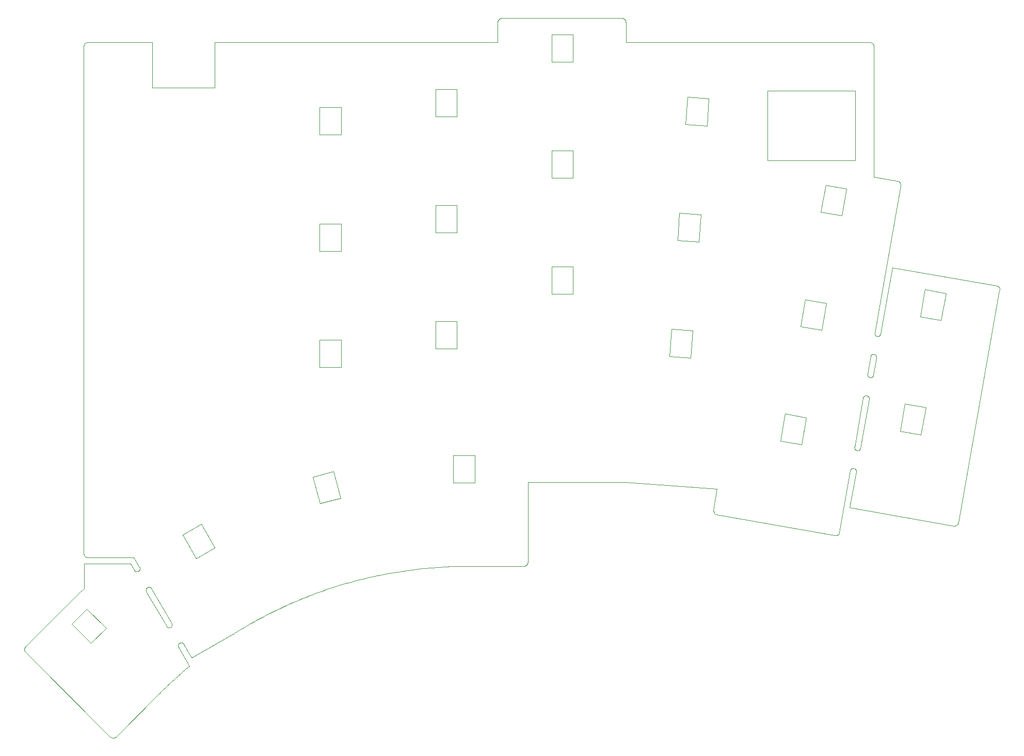
<source format=gm1>
G04 #@! TF.GenerationSoftware,KiCad,Pcbnew,(6.0.4)*
G04 #@! TF.CreationDate,2022-07-08T12:46:13+02:00*
G04 #@! TF.ProjectId,klor1_3,6b6c6f72-315f-4332-9e6b-696361645f70,v1.3.0*
G04 #@! TF.SameCoordinates,Original*
G04 #@! TF.FileFunction,Profile,NP*
%FSLAX46Y46*%
G04 Gerber Fmt 4.6, Leading zero omitted, Abs format (unit mm)*
G04 Created by KiCad (PCBNEW (6.0.4)) date 2022-07-08 12:46:13*
%MOMM*%
%LPD*%
G01*
G04 APERTURE LIST*
G04 #@! TA.AperFunction,Profile*
%ADD10C,0.010000*%
G04 #@! TD*
%ADD11C,0.010000*%
G04 #@! TA.AperFunction,Profile*
%ADD12C,0.100000*%
G04 #@! TD*
G04 #@! TA.AperFunction,Profile*
%ADD13C,0.120000*%
G04 #@! TD*
G04 APERTURE END LIST*
D10*
X94205130Y-149048326D02*
X90890813Y-143336419D01*
X213273752Y-90131044D02*
X211334523Y-101025982D01*
D11*
X95051339Y-148554706D02*
X95063942Y-148574840D01*
X95075312Y-148595542D01*
X95085456Y-148616761D01*
X95094379Y-148638445D01*
X95102089Y-148660542D01*
X95108591Y-148683001D01*
X95113893Y-148705769D01*
X95118000Y-148728796D01*
X95120920Y-148752029D01*
X95122657Y-148775417D01*
X95123220Y-148798909D01*
X95122614Y-148822452D01*
X95120847Y-148845995D01*
X95117923Y-148869486D01*
X95113850Y-148892874D01*
X95108635Y-148916108D01*
X95102283Y-148939134D01*
X95094802Y-148961902D01*
X95086197Y-148984361D01*
X95076475Y-149006458D01*
X95065643Y-149028141D01*
X95053707Y-149049360D01*
X95040673Y-149070063D01*
X95026549Y-149090197D01*
X95011339Y-149109711D01*
X94995052Y-149128554D01*
X94977692Y-149146674D01*
X94959268Y-149164019D01*
X94939785Y-149180538D01*
X94919249Y-149196179D01*
X94897667Y-149210890D01*
X94875047Y-149224620D01*
D10*
X210241503Y-75251875D02*
X210241503Y-53885104D01*
X91842797Y-60619514D02*
X91842797Y-53144670D01*
D11*
X152769828Y-139175891D02*
X152805974Y-139174968D01*
X152841662Y-139172232D01*
X152876846Y-139167727D01*
X152911482Y-139161498D01*
X152945523Y-139153590D01*
X152978926Y-139144049D01*
X153011644Y-139132920D01*
X153043632Y-139120248D01*
X153074846Y-139106078D01*
X153105240Y-139090455D01*
X153134769Y-139073425D01*
X153163388Y-139055033D01*
X153191051Y-139035324D01*
X153217713Y-139014343D01*
X153243330Y-138992135D01*
X153267855Y-138968746D01*
X153291244Y-138944220D01*
X153313452Y-138918604D01*
X153334433Y-138891941D01*
X153354142Y-138864278D01*
X153372534Y-138835660D01*
X153389564Y-138806131D01*
X153405187Y-138775737D01*
X153419357Y-138744523D01*
X153432029Y-138712534D01*
X153443158Y-138679816D01*
X153452699Y-138646414D01*
X153460607Y-138612372D01*
X153466836Y-138577736D01*
X153471341Y-138542552D01*
X153474077Y-138506864D01*
X153475000Y-138470718D01*
X230832582Y-93903724D02*
X230844676Y-93867575D01*
X230854550Y-93831872D01*
X230862254Y-93796647D01*
X230867841Y-93761932D01*
X230871361Y-93727759D01*
X230872868Y-93694161D01*
X230872412Y-93661169D01*
X230870045Y-93628817D01*
X230865818Y-93597136D01*
X230859784Y-93566159D01*
X230851994Y-93535918D01*
X230842499Y-93506445D01*
X230831351Y-93477772D01*
X230818603Y-93449933D01*
X230804305Y-93422958D01*
X230788509Y-93396881D01*
X230771267Y-93371734D01*
X230752631Y-93347548D01*
X230732651Y-93324357D01*
X230711381Y-93302192D01*
X230688871Y-93281086D01*
X230665173Y-93261071D01*
X230640338Y-93242179D01*
X230614419Y-93224443D01*
X230587467Y-93207895D01*
X230559534Y-93192567D01*
X230530671Y-93178492D01*
X230500930Y-93165701D01*
X230470363Y-93154228D01*
X230439021Y-93144103D01*
X230406956Y-93135360D01*
X230374220Y-93128032D01*
D10*
X148538783Y-53144670D02*
X102103080Y-53144670D01*
D11*
X105170585Y-150282382D02*
X105240102Y-150236208D01*
X105309820Y-150190240D01*
X105379732Y-150144480D01*
X105449831Y-150098926D01*
X105520111Y-150053578D01*
X105590565Y-150008437D01*
X105661187Y-149963503D01*
X105731970Y-149918775D01*
X105802908Y-149874254D01*
X105873995Y-149829940D01*
X105945223Y-149785832D01*
X106016588Y-149741931D01*
X106088081Y-149698236D01*
X106159697Y-149654748D01*
X106231429Y-149611466D01*
X106303271Y-149568392D01*
X106375217Y-149525523D01*
X106447259Y-149482862D01*
X106519391Y-149440406D01*
X106591608Y-149398158D01*
X106663901Y-149356116D01*
X106736266Y-149314281D01*
X106808696Y-149272652D01*
X106881183Y-149231230D01*
X106953722Y-149190015D01*
X107026307Y-149149006D01*
X107098930Y-149108204D01*
X107171585Y-149067608D01*
X107244266Y-149027219D01*
X107316966Y-148987037D01*
X107389680Y-148947061D01*
X107462400Y-148907292D01*
D10*
X214084700Y-75921789D02*
X210241503Y-75251875D01*
D11*
X206927186Y-123097926D02*
X206953315Y-123101945D01*
X206978800Y-123107360D01*
X207003612Y-123114117D01*
X207027728Y-123122166D01*
X207051120Y-123131454D01*
X207073764Y-123141930D01*
X207095633Y-123153542D01*
X207116701Y-123166239D01*
X207136943Y-123179969D01*
X207156333Y-123194680D01*
X207174844Y-123210321D01*
X207192452Y-123226840D01*
X207209130Y-123244185D01*
X207224853Y-123262305D01*
X207239594Y-123281148D01*
X207253328Y-123300663D01*
X207266029Y-123320797D01*
X207277672Y-123341499D01*
X207288229Y-123362718D01*
X207297677Y-123384402D01*
X207305988Y-123406499D01*
X207313137Y-123428958D01*
X207319098Y-123451726D01*
X207323845Y-123474753D01*
X207327353Y-123497986D01*
X207329595Y-123521374D01*
X207330547Y-123544865D01*
X207330181Y-123568409D01*
X207328472Y-123591952D01*
X207325395Y-123615443D01*
X207320923Y-123638831D01*
X207315031Y-123662065D01*
X81370965Y-53144670D02*
X81331615Y-53145592D01*
X81292924Y-53148328D01*
X81254930Y-53152833D01*
X81217672Y-53159062D01*
X81181189Y-53166970D01*
X81145520Y-53176511D01*
X81110702Y-53187640D01*
X81076776Y-53200313D01*
X81043779Y-53214483D01*
X81011750Y-53230105D01*
X80980729Y-53247135D01*
X80950754Y-53265528D01*
X80921863Y-53285237D01*
X80894095Y-53306218D01*
X80867490Y-53328426D01*
X80842085Y-53351816D01*
X80817920Y-53376341D01*
X80795034Y-53401958D01*
X80773464Y-53428620D01*
X80753250Y-53456283D01*
X80734431Y-53484902D01*
X80717045Y-53514431D01*
X80701130Y-53544825D01*
X80686727Y-53576039D01*
X80673873Y-53608028D01*
X80662607Y-53640746D01*
X80652968Y-53674149D01*
X80644995Y-53708190D01*
X80638726Y-53742826D01*
X80634201Y-53778010D01*
X80631457Y-53813698D01*
X80630534Y-53849845D01*
D10*
X91842797Y-53144670D02*
X82287690Y-53144670D01*
D11*
X92794784Y-160295850D02*
X92950349Y-160140699D01*
X93106327Y-159985968D01*
X93262718Y-159831663D01*
X93419523Y-159677790D01*
X93576741Y-159524357D01*
X93734372Y-159371369D01*
X93892416Y-159218832D01*
X94050874Y-159066755D01*
X94209744Y-158915142D01*
X94369028Y-158764000D01*
X94528725Y-158613336D01*
X94688835Y-158463156D01*
X94849359Y-158313467D01*
X95010295Y-158164275D01*
X95171645Y-158015587D01*
X95333408Y-157867408D01*
X95495585Y-157719746D01*
X95658174Y-157572607D01*
X95821177Y-157425998D01*
X95984593Y-157279924D01*
X96148422Y-157134393D01*
X96312664Y-156989410D01*
X96477319Y-156844982D01*
X96642388Y-156701117D01*
X96807870Y-156557819D01*
X96973765Y-156415096D01*
X97140073Y-156272954D01*
X97306795Y-156131399D01*
X97473929Y-155990439D01*
X97641477Y-155850079D01*
X97809438Y-155710325D01*
X97977813Y-155571186D01*
X84967353Y-167171297D02*
X84994201Y-167196914D01*
X85021824Y-167220879D01*
X85050171Y-167243191D01*
X85079189Y-167263851D01*
X85108826Y-167282857D01*
X85139032Y-167300211D01*
X85169754Y-167315912D01*
X85200941Y-167329961D01*
X85232542Y-167342357D01*
X85264503Y-167353099D01*
X85296775Y-167362190D01*
X85329305Y-167369627D01*
X85362041Y-167375412D01*
X85394933Y-167379543D01*
X85427928Y-167382023D01*
X85460974Y-167382849D01*
X85494020Y-167382023D01*
X85527015Y-167379543D01*
X85559907Y-167375412D01*
X85592643Y-167369627D01*
X85625173Y-167362190D01*
X85657445Y-167353099D01*
X85689406Y-167342357D01*
X85721007Y-167329961D01*
X85752194Y-167315912D01*
X85782916Y-167300211D01*
X85813122Y-167282857D01*
X85842759Y-167263851D01*
X85871777Y-167243191D01*
X85900124Y-167220879D01*
X85927747Y-167196914D01*
X85954596Y-167171297D01*
D10*
X98400916Y-154196096D02*
X105170585Y-150282382D01*
D11*
X96179617Y-152468420D02*
X96167013Y-152445183D01*
X96155643Y-152421772D01*
X96145500Y-152398219D01*
X96136577Y-152374557D01*
X96128867Y-152350817D01*
X96122365Y-152327031D01*
X96117063Y-152303233D01*
X96112956Y-152279454D01*
X96110037Y-152255727D01*
X96108299Y-152232084D01*
X96107737Y-152208557D01*
X96108343Y-152185179D01*
X96110110Y-152161981D01*
X96113034Y-152138996D01*
X96117107Y-152116257D01*
X96122322Y-152093795D01*
X96128674Y-152071643D01*
X96136155Y-152049834D01*
X96144760Y-152028399D01*
X96154482Y-152007370D01*
X96165314Y-151986781D01*
X96177250Y-151966663D01*
X96190284Y-151947048D01*
X96204409Y-151927970D01*
X96219618Y-151909459D01*
X96235906Y-151891549D01*
X96253265Y-151874271D01*
X96271690Y-151857659D01*
X96291173Y-151841744D01*
X96311709Y-151826558D01*
X96333290Y-151812134D01*
X96355912Y-151798505D01*
D10*
X209219002Y-107619357D02*
X209712622Y-104763404D01*
X169447190Y-125425000D02*
X184537912Y-126482762D01*
D11*
X214613581Y-76697481D02*
X214619168Y-76664434D01*
X214622748Y-76631439D01*
X214624378Y-76598548D01*
X214624117Y-76565812D01*
X214622022Y-76533282D01*
X214618151Y-76501010D01*
X214612563Y-76469048D01*
X214605316Y-76437448D01*
X214596468Y-76406261D01*
X214586077Y-76375538D01*
X214574201Y-76345333D01*
X214560899Y-76315695D01*
X214546227Y-76286677D01*
X214530245Y-76258331D01*
X214513011Y-76230707D01*
X214494582Y-76203859D01*
X214475017Y-76177836D01*
X214454373Y-76152692D01*
X214432710Y-76128477D01*
X214410085Y-76105244D01*
X214386556Y-76083044D01*
X214362181Y-76061928D01*
X214337018Y-76041949D01*
X214311126Y-76023157D01*
X214284563Y-76005605D01*
X214257386Y-75989345D01*
X214229654Y-75974427D01*
X214201425Y-75960904D01*
X214172757Y-75948826D01*
X214143708Y-75938247D01*
X214114336Y-75929217D01*
X214084700Y-75921789D01*
D10*
X210664609Y-104939696D02*
X210170986Y-107795651D01*
X88316928Y-138752788D02*
X80665792Y-138752788D01*
X97977813Y-155571186D02*
X96179617Y-152468420D01*
D11*
X97025826Y-151974800D02*
X97037756Y-151995476D01*
X97052147Y-152020412D01*
X97071689Y-152054269D01*
X97096035Y-152096442D01*
X97124836Y-152146324D01*
X97157742Y-152203307D01*
X97194406Y-152266785D01*
X97234479Y-152336151D01*
X97277612Y-152410798D01*
X97323457Y-152490120D01*
X97371664Y-152573508D01*
X97421886Y-152660357D01*
X97473773Y-152750060D01*
X97526978Y-152842009D01*
X97581151Y-152935598D01*
X97635943Y-153030220D01*
X97691007Y-153125269D01*
X97745993Y-153220136D01*
X97800554Y-153314216D01*
X97854339Y-153406901D01*
X97907001Y-153497585D01*
X97958192Y-153585661D01*
X98007561Y-153670521D01*
X98054761Y-153751560D01*
X98099444Y-153828170D01*
X98141260Y-153899744D01*
X98179861Y-153965675D01*
X98214898Y-154025357D01*
X98246023Y-154078183D01*
X98272886Y-154123545D01*
X98295141Y-154160838D01*
X208478568Y-111568332D02*
X208482587Y-111542202D01*
X208488002Y-111516717D01*
X208494759Y-111491905D01*
X208502808Y-111467789D01*
X208512096Y-111444397D01*
X208522572Y-111421753D01*
X208534184Y-111399884D01*
X208546881Y-111378816D01*
X208560611Y-111358574D01*
X208575322Y-111339184D01*
X208590963Y-111320673D01*
X208607482Y-111303065D01*
X208624827Y-111286387D01*
X208642947Y-111270664D01*
X208661790Y-111255923D01*
X208681305Y-111242189D01*
X208701439Y-111229488D01*
X208722142Y-111217845D01*
X208743361Y-111207288D01*
X208765044Y-111197840D01*
X208787141Y-111189529D01*
X208809600Y-111182380D01*
X208832368Y-111176419D01*
X208855395Y-111171672D01*
X208878628Y-111168164D01*
X208902016Y-111165922D01*
X208925507Y-111164970D01*
X208949051Y-111165336D01*
X208972594Y-111167045D01*
X208996085Y-111170122D01*
X209019473Y-111174594D01*
X209042707Y-111180487D01*
D10*
X209501072Y-53144670D02*
X208549085Y-53144670D01*
D11*
X210770384Y-101413827D02*
X210744254Y-101409807D01*
X210718769Y-101404392D01*
X210693957Y-101397635D01*
X210669841Y-101389586D01*
X210646448Y-101380298D01*
X210623805Y-101369822D01*
X210601936Y-101358210D01*
X210580868Y-101345513D01*
X210560626Y-101331783D01*
X210541236Y-101317072D01*
X210522724Y-101301431D01*
X210505116Y-101284912D01*
X210488438Y-101267567D01*
X210472716Y-101249447D01*
X210457974Y-101230604D01*
X210444240Y-101211089D01*
X210431539Y-101190955D01*
X210419896Y-101170253D01*
X210409339Y-101149034D01*
X210399891Y-101127350D01*
X210391580Y-101105253D01*
X210384431Y-101082794D01*
X210378470Y-101060026D01*
X210373723Y-101036999D01*
X210370215Y-101013766D01*
X210367973Y-100990378D01*
X210367022Y-100966887D01*
X210367388Y-100943343D01*
X210369097Y-100919800D01*
X210372174Y-100896309D01*
X210376646Y-100872921D01*
X210382539Y-100849688D01*
X80630534Y-137060370D02*
X80631456Y-137096516D01*
X80634192Y-137132204D01*
X80638697Y-137167388D01*
X80644926Y-137202024D01*
X80652834Y-137236065D01*
X80662375Y-137269468D01*
X80673504Y-137302186D01*
X80686176Y-137334175D01*
X80700346Y-137365389D01*
X80715969Y-137395783D01*
X80732999Y-137425312D01*
X80751391Y-137453931D01*
X80771100Y-137481594D01*
X80792081Y-137508256D01*
X80814289Y-137533873D01*
X80837678Y-137558399D01*
X80862203Y-137581788D01*
X80887820Y-137603996D01*
X80914482Y-137624977D01*
X80942145Y-137644686D01*
X80970764Y-137663079D01*
X81000293Y-137680109D01*
X81030687Y-137695731D01*
X81061901Y-137709901D01*
X81093889Y-137722574D01*
X81126607Y-137733703D01*
X81160010Y-137743244D01*
X81194051Y-137751152D01*
X81228687Y-137757381D01*
X81263871Y-137761886D01*
X81299559Y-137764622D01*
X81335706Y-137765545D01*
D10*
X80630534Y-53849845D02*
X80630534Y-137060370D01*
D11*
X90890813Y-143336419D02*
X90878209Y-143313182D01*
X90866839Y-143289771D01*
X90856696Y-143266218D01*
X90847773Y-143242556D01*
X90840063Y-143218816D01*
X90833561Y-143195030D01*
X90828260Y-143171232D01*
X90824153Y-143147453D01*
X90821233Y-143123726D01*
X90819496Y-143100083D01*
X90818933Y-143076556D01*
X90819539Y-143053177D01*
X90821307Y-143029980D01*
X90824230Y-143006995D01*
X90828303Y-142984256D01*
X90833519Y-142961794D01*
X90839870Y-142939642D01*
X90847352Y-142917832D01*
X90855957Y-142896397D01*
X90865678Y-142875369D01*
X90876511Y-142854779D01*
X90888447Y-142834661D01*
X90901480Y-142815046D01*
X90915605Y-142795968D01*
X90930815Y-142777457D01*
X90947102Y-142759547D01*
X90964461Y-142742269D01*
X90982886Y-142725657D01*
X91002369Y-142709741D01*
X91022905Y-142694555D01*
X91044487Y-142680131D01*
X91067108Y-142666502D01*
D10*
X77986130Y-145451940D02*
X71110685Y-152327386D01*
X148538783Y-49865612D02*
X148538783Y-53144670D01*
D11*
X183938514Y-129973373D02*
X183936028Y-130006318D01*
X183935156Y-130039018D01*
X183935860Y-130071433D01*
X183938101Y-130103526D01*
X183941839Y-130135258D01*
X183947036Y-130166589D01*
X183953653Y-130197481D01*
X183961652Y-130227896D01*
X183970994Y-130257794D01*
X183981640Y-130287136D01*
X183993552Y-130315885D01*
X184006690Y-130344001D01*
X184021016Y-130371446D01*
X184036491Y-130398180D01*
X184053077Y-130424166D01*
X184070734Y-130449364D01*
X184089425Y-130473735D01*
X184109109Y-130497242D01*
X184129749Y-130519845D01*
X184151306Y-130541505D01*
X184173741Y-130562183D01*
X184197015Y-130581842D01*
X184221089Y-130600442D01*
X184245926Y-130617944D01*
X184271485Y-130634310D01*
X184297729Y-130649501D01*
X184324619Y-130663479D01*
X184352115Y-130676204D01*
X184380180Y-130687637D01*
X184408774Y-130697741D01*
X184437858Y-130706476D01*
X184467395Y-130713804D01*
D10*
X169552968Y-53144670D02*
X169552968Y-49865612D01*
D12*
X192800000Y-61150000D02*
X207200000Y-61150000D01*
X207200000Y-61150000D02*
X207200000Y-72550000D01*
X207200000Y-72550000D02*
X192800000Y-72550000D01*
X192800000Y-72550000D02*
X192800000Y-61150000D01*
D11*
X209042707Y-111180487D02*
X209068836Y-111184506D01*
X209094321Y-111189921D01*
X209119133Y-111196678D01*
X209143249Y-111204727D01*
X209166642Y-111214015D01*
X209189285Y-111224491D01*
X209211154Y-111236103D01*
X209232222Y-111248800D01*
X209252464Y-111262530D01*
X209271854Y-111277241D01*
X209290366Y-111292882D01*
X209307974Y-111309401D01*
X209324652Y-111326746D01*
X209340375Y-111344866D01*
X209355116Y-111363709D01*
X209368850Y-111383224D01*
X209381551Y-111403358D01*
X209393194Y-111424060D01*
X209403752Y-111445279D01*
X209413199Y-111466963D01*
X209421510Y-111489060D01*
X209428659Y-111511519D01*
X209434620Y-111534287D01*
X209439367Y-111557314D01*
X209442875Y-111580547D01*
X209445117Y-111603935D01*
X209446069Y-111627426D01*
X209445703Y-111650970D01*
X209443994Y-111674513D01*
X209440916Y-111698004D01*
X209436444Y-111721392D01*
X209430552Y-111744626D01*
D10*
X207068220Y-119607315D02*
X208478568Y-111568332D01*
X85954596Y-167171297D02*
X92794784Y-160295850D01*
D11*
X210241503Y-53885104D02*
X210240579Y-53845854D01*
X210237835Y-53807450D01*
X210233310Y-53769912D01*
X210227041Y-53733257D01*
X210219068Y-53697507D01*
X210209429Y-53662680D01*
X210198163Y-53628795D01*
X210185309Y-53595873D01*
X210170906Y-53563931D01*
X210154991Y-53532991D01*
X210137605Y-53503070D01*
X210118786Y-53474189D01*
X210098572Y-53446367D01*
X210077002Y-53419622D01*
X210054116Y-53393976D01*
X210029951Y-53369446D01*
X210004546Y-53346052D01*
X209977941Y-53323814D01*
X209950173Y-53302751D01*
X209921282Y-53282883D01*
X209891307Y-53264228D01*
X209860286Y-53246806D01*
X209828257Y-53230637D01*
X209795260Y-53215739D01*
X209761334Y-53202133D01*
X209726516Y-53189837D01*
X209690847Y-53178871D01*
X209654364Y-53169255D01*
X209617106Y-53161007D01*
X209579112Y-53154147D01*
X209540421Y-53148695D01*
X209501072Y-53144670D01*
D10*
X204600113Y-133605017D02*
X206363047Y-123485771D01*
D11*
X210170986Y-107795651D02*
X210166966Y-107821780D01*
X210161551Y-107847265D01*
X210154794Y-107872077D01*
X210146745Y-107896193D01*
X210137457Y-107919586D01*
X210126981Y-107942229D01*
X210115369Y-107964098D01*
X210102672Y-107985166D01*
X210088942Y-108005408D01*
X210074231Y-108024798D01*
X210058590Y-108043310D01*
X210042071Y-108060918D01*
X210024726Y-108077596D01*
X210006606Y-108093318D01*
X209987763Y-108108060D01*
X209968248Y-108121794D01*
X209948114Y-108134495D01*
X209927412Y-108146138D01*
X209906193Y-108156695D01*
X209884509Y-108166143D01*
X209862412Y-108174454D01*
X209839953Y-108181603D01*
X209817185Y-108187564D01*
X209794158Y-108192311D01*
X209770925Y-108195819D01*
X209747537Y-108198061D01*
X209724046Y-108199012D01*
X209700502Y-108198646D01*
X209676959Y-108196937D01*
X209653468Y-108193860D01*
X209630080Y-108189388D01*
X209606847Y-108183496D01*
X94875047Y-149224620D02*
X94851810Y-149237223D01*
X94828399Y-149248593D01*
X94804846Y-149258737D01*
X94781184Y-149267660D01*
X94757444Y-149275370D01*
X94733659Y-149281872D01*
X94709861Y-149287174D01*
X94686082Y-149291281D01*
X94662355Y-149294200D01*
X94638711Y-149295938D01*
X94615184Y-149296501D01*
X94591806Y-149295895D01*
X94568608Y-149294127D01*
X94545624Y-149291203D01*
X94522884Y-149287131D01*
X94500422Y-149281915D01*
X94478271Y-149275563D01*
X94456461Y-149268082D01*
X94435026Y-149259477D01*
X94413997Y-149249755D01*
X94393407Y-149238923D01*
X94373289Y-149226987D01*
X94353675Y-149213953D01*
X94334596Y-149199828D01*
X94316085Y-149184619D01*
X94298175Y-149168331D01*
X94280897Y-149150972D01*
X94264285Y-149132547D01*
X94248369Y-149113064D01*
X94233183Y-149092528D01*
X94218759Y-149070946D01*
X94205130Y-149048326D01*
D10*
X102103080Y-53144670D02*
X102103080Y-60619514D01*
X153475000Y-125425000D02*
X169447190Y-125425000D01*
X142967909Y-139175891D02*
X152769828Y-139175891D01*
D11*
X209712622Y-104763404D02*
X209716641Y-104737274D01*
X209722056Y-104711790D01*
X209728813Y-104686977D01*
X209736862Y-104662861D01*
X209746150Y-104639469D01*
X209756626Y-104616825D01*
X209768238Y-104594956D01*
X209780935Y-104573888D01*
X209794665Y-104553646D01*
X209809376Y-104534256D01*
X209825017Y-104515745D01*
X209841536Y-104498137D01*
X209858881Y-104481459D01*
X209877001Y-104465736D01*
X209895844Y-104450995D01*
X209915359Y-104437260D01*
X209935493Y-104424559D01*
X209956195Y-104412916D01*
X209977414Y-104402359D01*
X209999098Y-104392911D01*
X210021195Y-104384600D01*
X210043654Y-104377451D01*
X210066422Y-104371490D01*
X210089449Y-104366742D01*
X210112682Y-104363234D01*
X210136070Y-104360992D01*
X210159561Y-104360041D01*
X210183105Y-104360406D01*
X210206648Y-104362115D01*
X210230139Y-104365192D01*
X210253527Y-104369664D01*
X210276761Y-104375557D01*
D10*
X224098171Y-131983119D02*
X230832582Y-93903724D01*
D11*
X96355912Y-151798505D02*
X96379148Y-151785901D01*
X96402559Y-151774531D01*
X96426112Y-151764388D01*
X96449774Y-151755465D01*
X96473514Y-151747755D01*
X96497299Y-151741253D01*
X96521097Y-151735952D01*
X96544876Y-151731845D01*
X96568603Y-151728925D01*
X96592246Y-151727188D01*
X96615773Y-151726625D01*
X96639152Y-151727231D01*
X96662350Y-151728999D01*
X96685334Y-151731922D01*
X96708074Y-151735995D01*
X96730535Y-151741211D01*
X96752687Y-151747562D01*
X96774497Y-151755044D01*
X96795932Y-151763649D01*
X96816960Y-151773370D01*
X96837550Y-151784203D01*
X96857668Y-151796139D01*
X96877282Y-151809172D01*
X96896361Y-151823297D01*
X96914871Y-151838507D01*
X96932782Y-151854794D01*
X96950059Y-151872153D01*
X96966671Y-151890578D01*
X96982586Y-151910061D01*
X96997772Y-151930597D01*
X97012196Y-151952179D01*
X97025826Y-151974800D01*
D10*
X214014183Y-80117575D02*
X214613581Y-76697481D01*
X184467395Y-130713804D02*
X203824420Y-134133898D01*
D11*
X203824420Y-134133898D02*
X203857466Y-134139585D01*
X203890461Y-134143452D01*
X203923352Y-134145538D01*
X203956089Y-134145880D01*
X203988619Y-134144518D01*
X204020890Y-134141490D01*
X204052852Y-134136835D01*
X204084452Y-134130592D01*
X204115639Y-134122799D01*
X204146362Y-134113496D01*
X204176567Y-134102721D01*
X204206205Y-134090512D01*
X204235223Y-134076909D01*
X204263569Y-134061951D01*
X204291193Y-134045675D01*
X204318041Y-134028121D01*
X204344063Y-134009327D01*
X204369208Y-133989333D01*
X204393422Y-133968176D01*
X204416655Y-133945897D01*
X204438856Y-133922532D01*
X204459971Y-133898122D01*
X204479951Y-133872704D01*
X204498742Y-133846318D01*
X204516294Y-133819003D01*
X204532555Y-133790796D01*
X204547473Y-133761737D01*
X204560997Y-133731865D01*
X204573074Y-133701218D01*
X204583653Y-133669835D01*
X204592683Y-133637755D01*
X204600113Y-133605017D01*
X149208697Y-49195697D02*
X149175753Y-49196618D01*
X149143069Y-49199346D01*
X149110694Y-49203831D01*
X149078680Y-49210020D01*
X149047080Y-49217862D01*
X149015945Y-49227305D01*
X148985326Y-49238298D01*
X148955275Y-49250788D01*
X148925844Y-49264725D01*
X148897085Y-49280056D01*
X148869048Y-49296729D01*
X148841787Y-49314695D01*
X148815351Y-49333899D01*
X148789794Y-49354292D01*
X148765166Y-49375820D01*
X148741520Y-49398434D01*
X148718906Y-49422080D01*
X148697378Y-49446708D01*
X148676985Y-49472265D01*
X148657780Y-49498701D01*
X148639815Y-49525963D01*
X148623142Y-49553999D01*
X148607811Y-49582759D01*
X148593874Y-49612190D01*
X148581384Y-49642240D01*
X148570391Y-49672859D01*
X148560948Y-49703995D01*
X148553106Y-49735595D01*
X148546917Y-49767609D01*
X148542432Y-49799983D01*
X148539704Y-49832668D01*
X148538783Y-49865612D01*
D10*
X230374220Y-93128032D02*
X213273752Y-90131044D01*
D11*
X71110685Y-152327386D02*
X71085067Y-152354234D01*
X71061102Y-152381857D01*
X71038790Y-152410204D01*
X71018130Y-152439222D01*
X70999124Y-152468859D01*
X70981770Y-152499065D01*
X70966069Y-152529787D01*
X70952020Y-152560974D01*
X70939624Y-152592575D01*
X70928882Y-152624536D01*
X70919791Y-152656808D01*
X70912354Y-152689338D01*
X70906569Y-152722074D01*
X70902438Y-152754966D01*
X70899958Y-152787961D01*
X70899132Y-152821007D01*
X70899958Y-152854053D01*
X70902438Y-152887048D01*
X70906569Y-152919940D01*
X70912354Y-152952676D01*
X70919791Y-152985206D01*
X70928882Y-153017478D01*
X70939624Y-153049439D01*
X70952020Y-153081040D01*
X70966069Y-153112227D01*
X70981770Y-153142949D01*
X70999124Y-153173155D01*
X71018130Y-153202792D01*
X71038790Y-153231810D01*
X71061102Y-153260157D01*
X71085067Y-153287780D01*
X71110685Y-153314629D01*
X89586243Y-139986841D02*
X89563006Y-139999444D01*
X89539595Y-140010814D01*
X89516042Y-140020958D01*
X89492380Y-140029881D01*
X89468640Y-140037591D01*
X89444855Y-140044093D01*
X89421057Y-140049395D01*
X89397278Y-140053502D01*
X89373551Y-140056421D01*
X89349907Y-140058159D01*
X89326380Y-140058722D01*
X89303002Y-140058116D01*
X89279804Y-140056348D01*
X89256820Y-140053425D01*
X89234080Y-140049352D01*
X89211618Y-140044136D01*
X89189467Y-140037785D01*
X89167657Y-140030303D01*
X89146222Y-140021698D01*
X89125193Y-140011977D01*
X89104603Y-140001144D01*
X89084485Y-139989208D01*
X89064871Y-139976175D01*
X89045792Y-139962050D01*
X89027281Y-139946841D01*
X89009371Y-139930553D01*
X88992093Y-139913194D01*
X88975481Y-139894769D01*
X88959565Y-139875286D01*
X88944379Y-139854751D01*
X88929955Y-139833169D01*
X88916326Y-139810549D01*
D10*
X88845809Y-137765545D02*
X89762535Y-139316927D01*
X88916326Y-139810549D02*
X88316928Y-138752788D01*
D11*
X107462400Y-148907292D02*
X107982580Y-148608666D01*
X108505105Y-148314419D01*
X109029837Y-148024587D01*
X109556642Y-147739210D01*
X110085384Y-147458326D01*
X110615927Y-147181974D01*
X111148136Y-146910193D01*
X111681874Y-146643022D01*
X112217007Y-146380499D01*
X112753400Y-146122664D01*
X113290915Y-145869554D01*
X113829418Y-145621208D01*
X114368774Y-145377666D01*
X114908846Y-145138966D01*
X115449499Y-144905147D01*
X115990597Y-144676248D01*
X116532006Y-144452306D01*
X117073589Y-144233362D01*
X117615210Y-144019453D01*
X118156735Y-143810619D01*
X118698027Y-143606898D01*
X119238951Y-143408329D01*
X119779372Y-143214950D01*
X120319153Y-143026801D01*
X120858160Y-142843920D01*
X121396257Y-142666346D01*
X121933307Y-142494118D01*
X122469176Y-142327274D01*
X123003728Y-142165853D01*
X123536828Y-142009894D01*
X124068339Y-141859436D01*
X124598127Y-141714517D01*
X206363047Y-123485771D02*
X206367066Y-123459641D01*
X206372481Y-123434156D01*
X206379238Y-123409344D01*
X206387287Y-123385228D01*
X206396575Y-123361836D01*
X206407051Y-123339192D01*
X206418663Y-123317323D01*
X206431360Y-123296255D01*
X206445090Y-123276013D01*
X206459801Y-123256623D01*
X206475442Y-123238112D01*
X206491961Y-123220504D01*
X206509306Y-123203826D01*
X206527426Y-123188103D01*
X206546269Y-123173362D01*
X206565784Y-123159628D01*
X206585918Y-123146927D01*
X206606621Y-123135284D01*
X206627840Y-123124727D01*
X206649523Y-123115279D01*
X206671620Y-123106968D01*
X206694079Y-123099819D01*
X206716847Y-123093858D01*
X206739874Y-123089111D01*
X206763107Y-123085603D01*
X206786495Y-123083361D01*
X206809986Y-123082409D01*
X206833530Y-123082775D01*
X206857073Y-123084484D01*
X206880564Y-123087561D01*
X206903952Y-123092033D01*
X206927186Y-123097926D01*
X124598127Y-141714517D02*
X125176986Y-141561534D01*
X125756568Y-141413303D01*
X126336770Y-141269823D01*
X126917488Y-141131095D01*
X127498620Y-140997119D01*
X128080061Y-140867895D01*
X128661709Y-140743422D01*
X129243461Y-140623701D01*
X129825212Y-140508731D01*
X130406860Y-140398514D01*
X130988301Y-140293047D01*
X131569433Y-140192333D01*
X132150151Y-140096370D01*
X132730353Y-140005159D01*
X133309935Y-139918700D01*
X133888794Y-139836992D01*
X134466826Y-139760036D01*
X135043929Y-139687831D01*
X135619999Y-139620378D01*
X136194933Y-139557677D01*
X136768627Y-139499727D01*
X137340978Y-139446529D01*
X137911883Y-139398083D01*
X138481239Y-139354389D01*
X139048942Y-139315446D01*
X139614889Y-139281254D01*
X140178976Y-139251815D01*
X140741101Y-139227126D01*
X141301160Y-139207190D01*
X141859050Y-139192005D01*
X142414667Y-139181572D01*
X142967909Y-139175891D01*
D10*
X209430552Y-111744626D02*
X208020204Y-119783607D01*
X80665792Y-138752788D02*
X80665792Y-142807538D01*
D11*
X209606847Y-108183496D02*
X209580717Y-108179476D01*
X209555232Y-108174061D01*
X209530420Y-108167304D01*
X209506304Y-108159255D01*
X209482911Y-108149967D01*
X209460268Y-108139491D01*
X209438399Y-108127879D01*
X209417331Y-108115182D01*
X209397089Y-108101452D01*
X209377699Y-108086741D01*
X209359187Y-108071100D01*
X209341579Y-108054581D01*
X209324901Y-108037236D01*
X209309179Y-108019116D01*
X209294437Y-108000273D01*
X209280703Y-107980758D01*
X209268002Y-107960624D01*
X209256359Y-107939922D01*
X209245802Y-107918703D01*
X209236354Y-107897019D01*
X209228043Y-107874922D01*
X209220894Y-107852463D01*
X209214933Y-107829695D01*
X209210186Y-107806668D01*
X209206678Y-107783435D01*
X209204436Y-107760047D01*
X209203485Y-107736556D01*
X209203851Y-107713012D01*
X209205560Y-107689469D01*
X209208637Y-107665978D01*
X209213109Y-107642590D01*
X209219002Y-107619357D01*
D10*
X82287690Y-53144670D02*
X81370965Y-53144670D01*
X71110685Y-153314629D02*
X84967353Y-167171297D01*
X210382539Y-100849688D02*
X214014183Y-80117575D01*
D11*
X91067108Y-142666502D02*
X91090344Y-142653898D01*
X91113755Y-142642528D01*
X91137307Y-142632385D01*
X91160970Y-142623461D01*
X91184710Y-142615752D01*
X91208495Y-142609249D01*
X91232293Y-142603948D01*
X91256072Y-142599841D01*
X91279799Y-142596922D01*
X91303442Y-142595184D01*
X91326969Y-142594621D01*
X91350347Y-142595227D01*
X91373545Y-142596995D01*
X91396529Y-142599918D01*
X91419269Y-142603991D01*
X91441730Y-142609207D01*
X91463882Y-142615558D01*
X91485691Y-142623040D01*
X91507127Y-142631645D01*
X91528155Y-142641366D01*
X91548744Y-142652199D01*
X91568862Y-142664135D01*
X91588477Y-142677168D01*
X91607556Y-142691293D01*
X91626066Y-142706503D01*
X91643976Y-142722790D01*
X91661254Y-142740149D01*
X91677866Y-142758574D01*
X91693782Y-142778057D01*
X91708968Y-142798593D01*
X91723392Y-142820175D01*
X91737022Y-142842796D01*
X169552968Y-49865612D02*
X169552046Y-49832668D01*
X169549318Y-49799983D01*
X169544833Y-49767609D01*
X169538644Y-49735595D01*
X169530802Y-49703995D01*
X169521359Y-49672859D01*
X169510366Y-49642240D01*
X169497876Y-49612190D01*
X169483939Y-49582759D01*
X169468608Y-49553999D01*
X169451934Y-49525963D01*
X169433969Y-49498701D01*
X169414765Y-49472265D01*
X169394372Y-49446708D01*
X169372843Y-49422080D01*
X169350230Y-49398434D01*
X169326583Y-49375820D01*
X169301956Y-49354292D01*
X169276398Y-49333899D01*
X169249963Y-49314695D01*
X169222701Y-49296729D01*
X169194664Y-49280056D01*
X169165905Y-49264725D01*
X169136474Y-49250788D01*
X169106423Y-49238298D01*
X169075804Y-49227305D01*
X169044668Y-49217862D01*
X169013068Y-49210020D01*
X168981054Y-49203831D01*
X168948679Y-49199346D01*
X168915994Y-49196618D01*
X168883051Y-49195697D01*
X208020204Y-119783607D02*
X208016184Y-119809736D01*
X208010769Y-119835221D01*
X208004012Y-119860033D01*
X207995963Y-119884149D01*
X207986675Y-119907542D01*
X207976199Y-119930185D01*
X207964587Y-119952054D01*
X207951890Y-119973122D01*
X207938160Y-119993364D01*
X207923449Y-120012754D01*
X207907808Y-120031266D01*
X207891289Y-120048874D01*
X207873944Y-120065552D01*
X207855824Y-120081275D01*
X207836981Y-120096016D01*
X207817466Y-120109750D01*
X207797332Y-120122452D01*
X207776630Y-120134094D01*
X207755411Y-120144652D01*
X207733727Y-120154099D01*
X207711630Y-120162411D01*
X207689171Y-120169560D01*
X207666403Y-120175521D01*
X207643376Y-120180268D01*
X207620143Y-120183776D01*
X207596755Y-120186019D01*
X207573264Y-120186970D01*
X207549720Y-120186604D01*
X207526177Y-120184896D01*
X207502686Y-120181818D01*
X207479298Y-120177347D01*
X207456065Y-120171455D01*
X223322479Y-132547258D02*
X223358627Y-132552944D01*
X223394330Y-132556804D01*
X223429556Y-132558869D01*
X223464271Y-132559171D01*
X223498444Y-132557743D01*
X223532043Y-132554617D01*
X223565034Y-132549826D01*
X223597387Y-132543401D01*
X223629068Y-132535375D01*
X223660045Y-132525780D01*
X223690286Y-132514648D01*
X223719760Y-132502013D01*
X223748432Y-132487905D01*
X223776272Y-132472358D01*
X223803246Y-132455403D01*
X223829323Y-132437073D01*
X223854471Y-132417401D01*
X223878656Y-132396417D01*
X223901847Y-132374156D01*
X223924012Y-132350648D01*
X223945118Y-132325927D01*
X223965133Y-132300024D01*
X223984024Y-132272972D01*
X224001760Y-132244803D01*
X224018308Y-132215550D01*
X224033636Y-132185244D01*
X224047711Y-132153918D01*
X224060502Y-132121605D01*
X224071975Y-132088336D01*
X224082099Y-132054143D01*
X224090842Y-132019060D01*
X224098171Y-131983119D01*
D10*
X91737022Y-142842796D02*
X95051339Y-148554706D01*
D11*
X210276761Y-104375557D02*
X210299688Y-104379576D01*
X210322177Y-104384991D01*
X210344201Y-104391748D01*
X210365734Y-104399797D01*
X210386750Y-104409085D01*
X210407225Y-104419561D01*
X210427131Y-104431173D01*
X210446443Y-104443870D01*
X210465136Y-104457600D01*
X210483183Y-104472311D01*
X210500558Y-104487952D01*
X210517236Y-104504471D01*
X210533192Y-104521816D01*
X210548398Y-104539936D01*
X210562829Y-104558779D01*
X210576460Y-104578294D01*
X210589265Y-104598428D01*
X210601217Y-104619130D01*
X210612292Y-104640349D01*
X210622462Y-104662033D01*
X210631703Y-104684130D01*
X210639989Y-104706589D01*
X210647293Y-104729357D01*
X210653590Y-104752384D01*
X210658853Y-104775617D01*
X210663059Y-104799005D01*
X210666179Y-104822496D01*
X210668189Y-104846040D01*
X210669063Y-104869583D01*
X210668775Y-104893074D01*
X210667298Y-104916462D01*
X210664609Y-104939696D01*
X80665792Y-142807538D02*
X80579851Y-142887073D01*
X80493923Y-142967002D01*
X80408020Y-143047306D01*
X80322157Y-143127965D01*
X80236345Y-143208959D01*
X80150598Y-143290270D01*
X80064928Y-143371878D01*
X79979349Y-143453763D01*
X79893872Y-143535907D01*
X79808512Y-143618289D01*
X79723282Y-143700892D01*
X79638193Y-143783694D01*
X79553259Y-143866677D01*
X79468493Y-143949821D01*
X79383908Y-144033107D01*
X79299516Y-144116516D01*
X79215331Y-144200029D01*
X79131366Y-144283625D01*
X79047633Y-144367286D01*
X78964145Y-144450992D01*
X78880916Y-144534724D01*
X78797957Y-144618462D01*
X78715283Y-144702187D01*
X78632906Y-144785881D01*
X78550839Y-144869522D01*
X78469094Y-144953092D01*
X78387686Y-145036573D01*
X78306625Y-145119943D01*
X78225927Y-145203184D01*
X78145603Y-145286277D01*
X78065666Y-145369202D01*
X77986130Y-145451940D01*
X207456065Y-120171455D02*
X207433037Y-120167435D01*
X207410261Y-120162020D01*
X207387782Y-120155263D01*
X207365646Y-120147214D01*
X207343897Y-120137926D01*
X207322580Y-120127450D01*
X207301741Y-120115838D01*
X207281425Y-120103141D01*
X207261677Y-120089411D01*
X207242542Y-120074700D01*
X207224066Y-120059059D01*
X207206294Y-120042540D01*
X207189270Y-120025195D01*
X207173041Y-120007074D01*
X207157650Y-119988231D01*
X207143145Y-119968717D01*
X207129569Y-119948583D01*
X207116968Y-119927880D01*
X207105386Y-119906661D01*
X207094871Y-119884977D01*
X207085465Y-119862880D01*
X207077215Y-119840422D01*
X207070166Y-119817654D01*
X207064363Y-119794627D01*
X207059852Y-119771394D01*
X207056676Y-119748005D01*
X207054883Y-119724514D01*
X207054516Y-119700971D01*
X207055621Y-119677428D01*
X207058243Y-119653936D01*
X207062427Y-119630548D01*
X207068220Y-119607315D01*
D10*
X208549085Y-53144670D02*
X169552968Y-53144670D01*
X102103080Y-60619514D02*
X91842797Y-60619514D01*
X81335706Y-137765545D02*
X88845809Y-137765545D01*
X206292528Y-129515009D02*
X223322479Y-132547258D01*
X168883051Y-49195697D02*
X149208697Y-49195697D01*
X153475000Y-138470718D02*
X153475000Y-125425000D01*
D11*
X89762535Y-139316927D02*
X89775138Y-139340163D01*
X89786508Y-139363574D01*
X89796652Y-139387127D01*
X89805575Y-139410789D01*
X89813285Y-139434529D01*
X89819787Y-139458314D01*
X89825089Y-139482112D01*
X89829196Y-139505891D01*
X89832115Y-139529618D01*
X89833853Y-139553261D01*
X89834416Y-139576788D01*
X89833810Y-139600167D01*
X89832042Y-139623365D01*
X89829119Y-139646349D01*
X89825046Y-139669089D01*
X89819830Y-139691550D01*
X89813479Y-139713702D01*
X89805997Y-139735512D01*
X89797392Y-139756947D01*
X89787671Y-139777975D01*
X89776838Y-139798565D01*
X89764902Y-139818683D01*
X89751869Y-139838297D01*
X89737744Y-139857376D01*
X89722535Y-139875886D01*
X89706247Y-139893797D01*
X89688888Y-139911074D01*
X89670463Y-139927686D01*
X89650980Y-139943601D01*
X89630445Y-139958787D01*
X89608863Y-139973211D01*
X89586243Y-139986841D01*
D10*
X207315031Y-123662065D02*
X206292528Y-129515009D01*
D11*
X98295141Y-154160838D02*
X98305057Y-154169853D01*
X98314973Y-154177184D01*
X98324890Y-154183004D01*
X98334806Y-154187488D01*
X98344723Y-154190809D01*
X98354639Y-154193143D01*
X98364555Y-154194663D01*
X98377777Y-154195726D01*
X98390999Y-154196066D01*
X98400916Y-154196096D01*
D10*
X184537912Y-126482762D02*
X183938514Y-129973373D01*
D11*
X211334523Y-101025982D02*
X211330503Y-101052111D01*
X211325088Y-101077596D01*
X211318331Y-101102408D01*
X211310282Y-101126524D01*
X211300994Y-101149916D01*
X211290518Y-101172560D01*
X211278906Y-101194429D01*
X211266209Y-101215497D01*
X211252479Y-101235739D01*
X211237768Y-101255129D01*
X211222127Y-101273640D01*
X211205608Y-101291248D01*
X211188263Y-101307926D01*
X211170143Y-101323649D01*
X211151300Y-101338390D01*
X211131785Y-101352124D01*
X211111651Y-101364825D01*
X211090949Y-101376468D01*
X211069730Y-101387025D01*
X211048046Y-101396473D01*
X211025949Y-101404784D01*
X211003490Y-101411933D01*
X210980722Y-101417894D01*
X210957695Y-101422641D01*
X210934462Y-101426149D01*
X210911074Y-101428391D01*
X210887583Y-101429343D01*
X210864039Y-101428977D01*
X210840496Y-101427268D01*
X210817005Y-101424191D01*
X210793617Y-101419719D01*
X210770384Y-101413827D01*
D13*
X78654640Y-148651189D02*
X81129513Y-146176316D01*
X81129513Y-146176316D02*
X84311494Y-149358296D01*
X84311494Y-149358296D02*
X81836621Y-151833169D01*
X81836621Y-151833169D02*
X78654640Y-148651189D01*
X141261399Y-120947857D02*
X144761399Y-120947857D01*
X144761399Y-120947857D02*
X144761399Y-125447857D01*
X144761399Y-125447857D02*
X141261399Y-125447857D01*
X141261399Y-125447857D02*
X141261399Y-120947857D01*
X179677904Y-62173687D02*
X183169378Y-62417834D01*
X183169378Y-62417834D02*
X182855474Y-66906873D01*
X182855474Y-66906873D02*
X179363999Y-66662725D01*
X179363999Y-66662725D02*
X179677904Y-62173687D01*
X118200936Y-124545949D02*
X121581677Y-123640083D01*
X121581677Y-123640083D02*
X122746362Y-127986749D01*
X122746362Y-127986749D02*
X119365622Y-128892615D01*
X119365622Y-128892615D02*
X118200936Y-124545949D01*
X157361399Y-70925260D02*
X160861399Y-70925260D01*
X160861399Y-70925260D02*
X160861399Y-75425260D01*
X160861399Y-75425260D02*
X157361399Y-75425260D01*
X157361399Y-75425260D02*
X157361399Y-70925260D01*
X218616662Y-93750681D02*
X222063489Y-94358449D01*
X222063489Y-94358449D02*
X221282072Y-98790084D01*
X221282072Y-98790084D02*
X217835245Y-98182315D01*
X217835245Y-98182315D02*
X218616662Y-93750681D01*
X177017030Y-100225959D02*
X180508504Y-100470106D01*
X180508504Y-100470106D02*
X180194600Y-104959145D01*
X180194600Y-104959145D02*
X176703125Y-104714997D01*
X176703125Y-104714997D02*
X177017030Y-100225959D01*
X119317969Y-82925260D02*
X122817969Y-82925260D01*
X122817969Y-82925260D02*
X122817969Y-87425260D01*
X122817969Y-87425260D02*
X119317969Y-87425260D01*
X119317969Y-87425260D02*
X119317969Y-82925260D01*
X215304741Y-112533522D02*
X218751568Y-113141290D01*
X218751568Y-113141290D02*
X217970151Y-117572925D01*
X217970151Y-117572925D02*
X214523324Y-116965156D01*
X214523324Y-116965156D02*
X215304741Y-112533522D01*
X119317969Y-101997857D02*
X122817969Y-101997857D01*
X122817969Y-101997857D02*
X122817969Y-106497857D01*
X122817969Y-106497857D02*
X119317969Y-106497857D01*
X119317969Y-106497857D02*
X119317969Y-101997857D01*
X119317969Y-63852664D02*
X122817969Y-63852664D01*
X122817969Y-63852664D02*
X122817969Y-68352664D01*
X122817969Y-68352664D02*
X119317969Y-68352664D01*
X119317969Y-68352664D02*
X119317969Y-63852664D01*
X178347467Y-81199822D02*
X181838941Y-81443969D01*
X181838941Y-81443969D02*
X181525037Y-85933008D01*
X181525037Y-85933008D02*
X178033562Y-85688860D01*
X178033562Y-85688860D02*
X178347467Y-81199822D01*
X157361399Y-51852664D02*
X160861399Y-51852664D01*
X160861399Y-51852664D02*
X160861399Y-56352664D01*
X160861399Y-56352664D02*
X157361399Y-56352664D01*
X157361399Y-56352664D02*
X157361399Y-51852664D01*
X96856610Y-133995039D02*
X99887698Y-132245039D01*
X99887698Y-132245039D02*
X102137698Y-136142153D01*
X102137698Y-136142153D02*
X99106609Y-137892153D01*
X99106609Y-137892153D02*
X96856610Y-133995039D01*
X195702503Y-114154252D02*
X199149330Y-114762020D01*
X199149330Y-114762020D02*
X198367913Y-119193655D01*
X198367913Y-119193655D02*
X194921086Y-118585886D01*
X194921086Y-118585886D02*
X195702503Y-114154252D01*
X138311399Y-98997857D02*
X141811399Y-98997857D01*
X141811399Y-98997857D02*
X141811399Y-103497857D01*
X141811399Y-103497857D02*
X138311399Y-103497857D01*
X138311399Y-103497857D02*
X138311399Y-98997857D01*
X138311399Y-79925260D02*
X141811399Y-79925260D01*
X141811399Y-79925260D02*
X141811399Y-84425260D01*
X141811399Y-84425260D02*
X138311399Y-84425260D01*
X138311399Y-84425260D02*
X138311399Y-79925260D01*
X202326347Y-76588571D02*
X205773174Y-77196339D01*
X205773174Y-77196339D02*
X204991757Y-81627974D01*
X204991757Y-81627974D02*
X201544930Y-81020205D01*
X201544930Y-81020205D02*
X202326347Y-76588571D01*
X157361399Y-89997857D02*
X160861399Y-89997857D01*
X160861399Y-89997857D02*
X160861399Y-94497857D01*
X160861399Y-94497857D02*
X157361399Y-94497857D01*
X157361399Y-94497857D02*
X157361399Y-89997857D01*
X199014425Y-95371410D02*
X202461252Y-95979178D01*
X202461252Y-95979178D02*
X201679835Y-100410813D01*
X201679835Y-100410813D02*
X198233008Y-99803044D01*
X198233008Y-99803044D02*
X199014425Y-95371410D01*
X138311399Y-60852664D02*
X141811399Y-60852664D01*
X141811399Y-60852664D02*
X141811399Y-65352664D01*
X141811399Y-65352664D02*
X138311399Y-65352664D01*
X138311399Y-65352664D02*
X138311399Y-60852664D01*
M02*

</source>
